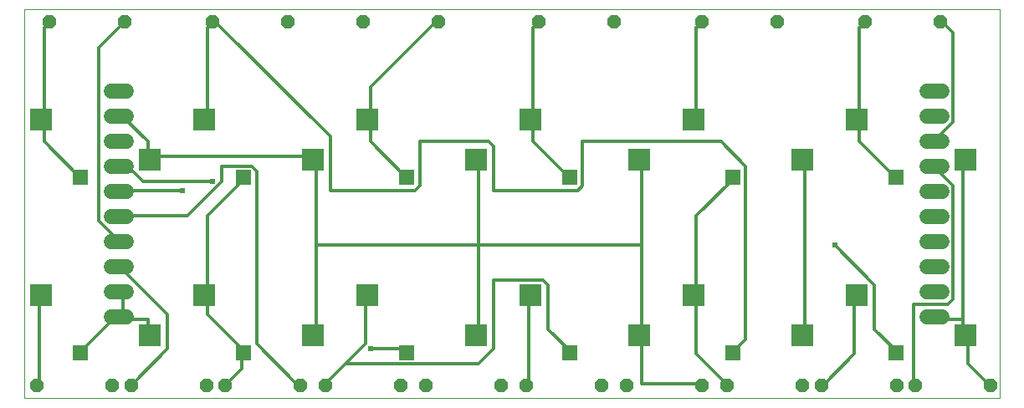
<source format=gbl>
G75*
%MOIN*%
%OFA0B0*%
%FSLAX25Y25*%
%IPPOS*%
%LPD*%
%AMOC8*
5,1,8,0,0,1.08239X$1,22.5*
%
%ADD10C,0.00000*%
%ADD11R,0.08858X0.08858*%
%ADD12R,0.05937X0.05937*%
%ADD13OC8,0.05200*%
%ADD14C,0.06000*%
%ADD15C,0.01200*%
%ADD16C,0.02400*%
D10*
X0001000Y0001000D02*
X0001000Y0155961D01*
X0389701Y0155961D01*
X0389701Y0001000D01*
X0001000Y0001000D01*
D11*
X0051000Y0026000D03*
X0072496Y0042181D03*
X0116000Y0026000D03*
X0137496Y0042181D03*
X0181000Y0026000D03*
X0202496Y0042181D03*
X0246000Y0026000D03*
X0267496Y0042181D03*
X0311000Y0026000D03*
X0332496Y0042181D03*
X0376000Y0026000D03*
X0376000Y0096000D03*
X0332496Y0112181D03*
X0311000Y0096000D03*
X0267496Y0112181D03*
X0246000Y0096000D03*
X0202496Y0112181D03*
X0181000Y0096000D03*
X0137496Y0112181D03*
X0116000Y0096000D03*
X0072496Y0112181D03*
X0051000Y0096000D03*
X0007496Y0112181D03*
X0007496Y0042181D03*
D12*
X0023165Y0019268D03*
X0088165Y0019268D03*
X0153165Y0019268D03*
X0218165Y0019268D03*
X0283165Y0019268D03*
X0348165Y0019268D03*
X0348165Y0089268D03*
X0283165Y0089268D03*
X0218165Y0089268D03*
X0153165Y0089268D03*
X0088165Y0089268D03*
X0023165Y0089268D03*
D13*
X0011000Y0151000D03*
X0041000Y0151000D03*
X0076000Y0151000D03*
X0106000Y0151000D03*
X0136000Y0151000D03*
X0166000Y0151000D03*
X0206000Y0151000D03*
X0236000Y0151000D03*
X0271000Y0151000D03*
X0301000Y0151000D03*
X0336000Y0151000D03*
X0366000Y0151000D03*
X0356000Y0006000D03*
X0348500Y0006000D03*
X0318500Y0006000D03*
X0311000Y0006000D03*
X0281000Y0006000D03*
X0271000Y0006000D03*
X0241000Y0006000D03*
X0231000Y0006000D03*
X0201000Y0006000D03*
X0191000Y0006000D03*
X0161000Y0006000D03*
X0151000Y0006000D03*
X0121000Y0006000D03*
X0111000Y0006000D03*
X0081000Y0006000D03*
X0073500Y0006000D03*
X0043500Y0006000D03*
X0036000Y0006000D03*
X0006000Y0006000D03*
X0386000Y0006000D03*
D14*
X0366500Y0033500D02*
X0360500Y0033500D01*
X0360500Y0043500D02*
X0366500Y0043500D01*
X0366500Y0053500D02*
X0360500Y0053500D01*
X0360500Y0063500D02*
X0366500Y0063500D01*
X0366500Y0073500D02*
X0360500Y0073500D01*
X0360500Y0083500D02*
X0366500Y0083500D01*
X0366500Y0093500D02*
X0360500Y0093500D01*
X0360500Y0103500D02*
X0366500Y0103500D01*
X0366500Y0113500D02*
X0360500Y0113500D01*
X0360500Y0123500D02*
X0366500Y0123500D01*
X0041500Y0123500D02*
X0035500Y0123500D01*
X0035500Y0113500D02*
X0041500Y0113500D01*
X0041500Y0103500D02*
X0035500Y0103500D01*
X0035500Y0093500D02*
X0041500Y0093500D01*
X0041500Y0083500D02*
X0035500Y0083500D01*
X0035500Y0073500D02*
X0041500Y0073500D01*
X0041500Y0063500D02*
X0035500Y0063500D01*
X0035500Y0053500D02*
X0041500Y0053500D01*
X0041500Y0043500D02*
X0035500Y0043500D01*
X0035500Y0033500D02*
X0041500Y0033500D01*
D15*
X0040370Y0034465D02*
X0038500Y0033500D01*
X0040370Y0032496D01*
X0050213Y0032496D01*
X0050213Y0026591D01*
X0051000Y0026000D01*
X0058087Y0020685D02*
X0044307Y0006906D01*
X0043500Y0006000D01*
X0024622Y0020685D02*
X0023165Y0019268D01*
X0024622Y0020685D02*
X0038402Y0034465D01*
X0038500Y0033500D01*
X0040370Y0034465D02*
X0040370Y0042339D01*
X0038500Y0043500D01*
X0040370Y0052181D02*
X0038500Y0053500D01*
X0040370Y0052181D02*
X0058087Y0034465D01*
X0058087Y0020685D01*
X0073835Y0034465D02*
X0073835Y0040370D01*
X0072496Y0042181D01*
X0073835Y0042339D01*
X0073835Y0073835D01*
X0087614Y0087614D01*
X0088165Y0089268D01*
X0091551Y0093520D02*
X0093520Y0091551D01*
X0093520Y0022654D01*
X0109268Y0006906D01*
X0111000Y0006000D01*
X0121000Y0006000D02*
X0121079Y0006906D01*
X0128953Y0014780D01*
X0182102Y0014780D01*
X0188008Y0020685D01*
X0188008Y0048244D01*
X0207693Y0048244D01*
X0209661Y0046276D01*
X0209661Y0028559D01*
X0217535Y0020685D01*
X0218165Y0019268D01*
X0246000Y0026000D02*
X0247063Y0026591D01*
X0247063Y0062024D01*
X0182102Y0062024D01*
X0117142Y0062024D01*
X0117142Y0026591D01*
X0116000Y0026000D01*
X0128953Y0014780D02*
X0136827Y0022654D01*
X0136827Y0040370D01*
X0137496Y0042181D01*
X0181000Y0026000D02*
X0182102Y0026591D01*
X0182102Y0062024D01*
X0182102Y0095488D01*
X0181000Y0096000D01*
X0188008Y0101394D02*
X0186039Y0103362D01*
X0158480Y0103362D01*
X0158480Y0085646D01*
X0156512Y0083677D01*
X0123047Y0083677D01*
X0123047Y0105331D01*
X0077772Y0150606D01*
X0076000Y0151000D01*
X0075803Y0150606D01*
X0073835Y0148638D01*
X0073835Y0113205D01*
X0072496Y0112181D01*
X0050213Y0103362D02*
X0050213Y0097457D01*
X0051000Y0096000D01*
X0052181Y0097457D01*
X0115173Y0097457D01*
X0116000Y0096000D01*
X0117142Y0095488D01*
X0117142Y0062024D01*
X0079740Y0087614D02*
X0065961Y0073835D01*
X0040370Y0073835D01*
X0038500Y0073500D01*
X0030528Y0071866D02*
X0038402Y0063992D01*
X0038500Y0063500D01*
X0030528Y0071866D02*
X0030528Y0140764D01*
X0040370Y0150606D01*
X0041000Y0151000D01*
X0011000Y0151000D02*
X0010843Y0150606D01*
X0008874Y0148638D01*
X0008874Y0113205D01*
X0007496Y0112181D01*
X0008874Y0111236D01*
X0008874Y0103362D01*
X0022654Y0089583D01*
X0023165Y0089268D01*
X0038500Y0093500D02*
X0040370Y0091551D01*
X0044307Y0091551D01*
X0048244Y0087614D01*
X0075803Y0087614D01*
X0079740Y0087614D02*
X0079740Y0093520D01*
X0091551Y0093520D01*
X0063992Y0083677D02*
X0040370Y0083677D01*
X0038500Y0083500D01*
X0050213Y0103362D02*
X0040370Y0113205D01*
X0038500Y0113500D01*
X0137496Y0112181D02*
X0138795Y0111236D01*
X0138795Y0103362D01*
X0152575Y0089583D01*
X0153165Y0089268D01*
X0188008Y0083677D02*
X0188008Y0101394D01*
X0203756Y0103362D02*
X0203756Y0111236D01*
X0202496Y0112181D01*
X0203756Y0113205D01*
X0203756Y0148638D01*
X0205724Y0150606D01*
X0206000Y0151000D01*
X0166000Y0151000D02*
X0164386Y0150606D01*
X0138795Y0125016D01*
X0138795Y0113205D01*
X0137496Y0112181D01*
X0203756Y0103362D02*
X0217535Y0089583D01*
X0218165Y0089268D01*
X0223441Y0085646D02*
X0221472Y0083677D01*
X0188008Y0083677D01*
X0223441Y0085646D02*
X0223441Y0103362D01*
X0278559Y0103362D01*
X0288402Y0093520D01*
X0288402Y0024622D01*
X0284465Y0020685D01*
X0283165Y0019268D01*
X0280528Y0006906D02*
X0268717Y0018717D01*
X0268717Y0040370D01*
X0267496Y0042181D01*
X0268717Y0042339D01*
X0268717Y0073835D01*
X0282496Y0087614D01*
X0283165Y0089268D01*
X0311000Y0096000D02*
X0312024Y0095488D01*
X0312024Y0026591D01*
X0311000Y0026000D01*
X0319898Y0006906D02*
X0331709Y0018717D01*
X0331709Y0040370D01*
X0332496Y0042181D01*
X0339583Y0046276D02*
X0323835Y0062024D01*
X0339583Y0046276D02*
X0339583Y0028559D01*
X0347457Y0020685D01*
X0348165Y0019268D01*
X0375016Y0026591D02*
X0376000Y0026000D01*
X0376984Y0024622D01*
X0376984Y0014780D01*
X0384858Y0006906D01*
X0386000Y0006000D01*
X0356000Y0006000D02*
X0355331Y0006906D01*
X0355331Y0038402D01*
X0369110Y0038402D01*
X0371079Y0040370D01*
X0371079Y0085646D01*
X0365173Y0091551D01*
X0363500Y0093500D01*
X0375016Y0095488D02*
X0376000Y0096000D01*
X0375016Y0095488D02*
X0375016Y0032496D01*
X0375016Y0026591D01*
X0375016Y0032496D02*
X0365173Y0032496D01*
X0363500Y0033500D01*
X0319898Y0006906D02*
X0318500Y0006000D01*
X0281000Y0006000D02*
X0280528Y0006906D01*
X0271000Y0006000D02*
X0270685Y0006906D01*
X0247063Y0006906D01*
X0247063Y0024622D01*
X0246000Y0026000D01*
X0202496Y0042181D02*
X0201787Y0040370D01*
X0201787Y0006906D01*
X0201000Y0006000D01*
X0153165Y0019268D02*
X0152575Y0020685D01*
X0138795Y0020685D01*
X0088165Y0019268D02*
X0087614Y0018717D01*
X0087614Y0012811D01*
X0081709Y0006906D01*
X0081000Y0006000D01*
X0088165Y0019268D02*
X0087614Y0020685D01*
X0073835Y0034465D01*
X0007496Y0042181D02*
X0006906Y0040370D01*
X0006906Y0006906D01*
X0006000Y0006000D01*
X0246000Y0096000D02*
X0247063Y0095488D01*
X0247063Y0062024D01*
X0333677Y0103362D02*
X0347457Y0089583D01*
X0348165Y0089268D01*
X0333677Y0103362D02*
X0333677Y0111236D01*
X0332496Y0112181D01*
X0333677Y0113205D01*
X0333677Y0148638D01*
X0335646Y0150606D01*
X0336000Y0151000D01*
X0366000Y0151000D02*
X0367142Y0150606D01*
X0371079Y0146669D01*
X0371079Y0111236D01*
X0365173Y0105331D01*
X0363500Y0103500D01*
X0268717Y0113205D02*
X0267496Y0112181D01*
X0268717Y0113205D02*
X0268717Y0148638D01*
X0270685Y0150606D01*
X0271000Y0151000D01*
D16*
X0075803Y0087614D03*
X0063992Y0083677D03*
X0138795Y0020685D03*
X0323835Y0062024D03*
M02*

</source>
